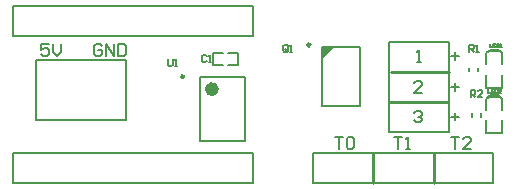
<source format=gto>
G04 Layer_Color=65535*
%FSLAX43Y43*%
%MOMM*%
G71*
G01*
G75*
%ADD16C,0.250*%
%ADD21C,0.600*%
%ADD22C,0.254*%
%ADD23C,0.127*%
%ADD24C,0.200*%
%ADD25C,0.150*%
G36*
X26150Y11250D02*
Y12250D01*
X27150D01*
X26150Y11250D01*
D02*
G37*
D16*
X25175Y12450D02*
G03*
X25175Y12450I-125J0D01*
G01*
X14475Y9755D02*
G03*
X14475Y9755I-125J0D01*
G01*
D21*
X17150Y8700D02*
G03*
X17150Y8700I-300J0D01*
G01*
D22*
X32000Y10125D02*
X36915D01*
X31875Y7625D02*
X36790D01*
X35625Y750D02*
Y3250D01*
X30500Y750D02*
Y3250D01*
D23*
X39406Y10223D02*
Y10527D01*
X38594Y10223D02*
Y10527D01*
X39656Y6348D02*
Y6652D01*
X38844Y6348D02*
Y6652D01*
X40400Y12050D02*
X41100D01*
X40075Y8825D02*
Y9925D01*
X41425Y8825D02*
Y9925D01*
X40075Y8825D02*
X41425D01*
X40075Y10825D02*
Y11725D01*
X41425Y10825D02*
Y11725D01*
X41225Y11925D02*
X41425Y11725D01*
X41100Y12050D02*
X41250Y11900D01*
X40225Y11875D02*
X40400Y12050D01*
X40275Y11925D02*
X41225D01*
X40075Y11725D02*
X40275Y11925D01*
X40400Y8175D02*
X41100D01*
X40075Y4950D02*
Y6050D01*
X41425Y4950D02*
Y6050D01*
X40075Y4950D02*
X41425D01*
X40075Y6950D02*
Y7850D01*
X41425Y6950D02*
Y7850D01*
X41225Y8050D02*
X41425Y7850D01*
X41100Y8175D02*
X41250Y8025D01*
X40225Y8000D02*
X40400Y8175D01*
X40275Y8050D02*
X41225D01*
X40075Y7850D02*
X40275Y8050D01*
X26150Y7250D02*
X29350D01*
X26150Y12250D02*
X29350D01*
Y7250D02*
Y12250D01*
X26150Y7250D02*
Y12250D01*
X19050Y10750D02*
Y11750D01*
X18250Y10750D02*
X19050D01*
X16950D02*
X17750D01*
X16950D02*
Y11750D01*
X17750D01*
X18250D02*
X19050D01*
D24*
X50Y730D02*
Y3270D01*
X20370D01*
Y730D02*
Y3270D01*
X50Y730D02*
X20370D01*
X31815Y12725D02*
X36895D01*
X31815Y5105D02*
X36895D01*
X31815D02*
Y12725D01*
X36895Y5105D02*
Y12725D01*
Y7857D02*
Y12725D01*
X15850Y4300D02*
Y9700D01*
X19650Y4300D02*
Y9700D01*
X15850D02*
X19650D01*
X15850Y4300D02*
X19650D01*
X40690Y730D02*
Y3270D01*
X25450Y730D02*
Y3270D01*
X40690D01*
X25450Y730D02*
X40690D01*
X9600Y6105D02*
Y11185D01*
X1980Y6105D02*
Y11185D01*
X9600D01*
X1980Y6105D02*
X9600D01*
X4732D02*
X9600D01*
X50Y13230D02*
Y15770D01*
X20370D01*
Y13230D02*
Y15770D01*
X50Y13230D02*
X20370D01*
D25*
X38750Y8000D02*
Y8600D01*
X39050D01*
X39150Y8500D01*
Y8300D01*
X39050Y8200D01*
X38750D01*
X38950D02*
X39150Y8000D01*
X39750D02*
X39350D01*
X39750Y8400D01*
Y8500D01*
X39650Y8600D01*
X39450D01*
X39350Y8500D01*
X38625Y11875D02*
Y12475D01*
X38925D01*
X39025Y12375D01*
Y12175D01*
X38925Y12075D01*
X38625D01*
X38825D02*
X39025Y11875D01*
X39225D02*
X39425D01*
X39325D01*
Y12475D01*
X39225Y12375D01*
X40250Y8675D02*
Y8375D01*
X40450D01*
X40750Y8675D02*
X40550D01*
Y8375D01*
X40750D01*
X40550Y8525D02*
X40650D01*
X40850Y8675D02*
Y8375D01*
X41000D01*
X41050Y8425D01*
Y8625D01*
X41000Y8675D01*
X40850D01*
X41350Y8375D02*
X41150D01*
X41350Y8575D01*
Y8625D01*
X41300Y8675D01*
X41200D01*
X41150Y8625D01*
X40375Y12550D02*
Y12250D01*
X40575D01*
X40875Y12550D02*
X40675D01*
Y12250D01*
X40875D01*
X40675Y12400D02*
X40775D01*
X40975Y12550D02*
Y12250D01*
X41125D01*
X41175Y12300D01*
Y12500D01*
X41125Y12550D01*
X40975D01*
X41275Y12250D02*
X41375D01*
X41325D01*
Y12550D01*
X41275Y12500D01*
X13125Y11275D02*
Y10776D01*
X13225Y10676D01*
X13425D01*
X13525Y10776D01*
Y11275D01*
X13725Y10676D02*
X13925D01*
X13825D01*
Y11275D01*
X13725Y11175D01*
X23275Y11975D02*
Y12375D01*
X23175Y12475D01*
X22975D01*
X22875Y12375D01*
Y11975D01*
X22975Y11875D01*
X23175D01*
X23075Y12075D02*
X23275Y11875D01*
X23175D02*
X23275Y11975D01*
X23475Y11875D02*
X23675D01*
X23575D01*
Y12475D01*
X23475Y12375D01*
X16400Y11500D02*
X16300Y11600D01*
X16100D01*
X16000Y11500D01*
Y11100D01*
X16100Y11000D01*
X16300D01*
X16400Y11100D01*
X16600Y11000D02*
X16800D01*
X16700D01*
Y11600D01*
X16600Y11500D01*
X34250Y11000D02*
X34583D01*
X34417D01*
Y12000D01*
X34250Y11833D01*
X34666Y8375D02*
X34000D01*
X34666Y9041D01*
Y9208D01*
X34500Y9375D01*
X34167D01*
X34000Y9208D01*
Y6708D02*
X34167Y6875D01*
X34500D01*
X34666Y6708D01*
Y6541D01*
X34500Y6375D01*
X34333D01*
X34500D01*
X34666Y6208D01*
Y6042D01*
X34500Y5875D01*
X34167D01*
X34000Y6042D01*
X7541Y12333D02*
X7375Y12500D01*
X7042D01*
X6875Y12333D01*
Y11667D01*
X7042Y11500D01*
X7375D01*
X7541Y11667D01*
Y12000D01*
X7208D01*
X7875Y11500D02*
Y12500D01*
X8541Y11500D01*
Y12500D01*
X8874D02*
Y11500D01*
X9374D01*
X9541Y11667D01*
Y12333D01*
X9374Y12500D01*
X8874D01*
X3041Y12500D02*
X2375D01*
Y12000D01*
X2708Y12166D01*
X2875D01*
X3041Y12000D01*
Y11667D01*
X2875Y11500D01*
X2542D01*
X2375Y11667D01*
X3375Y12500D02*
Y11833D01*
X3708Y11500D01*
X4041Y11833D01*
Y12500D01*
X37125Y11500D02*
X37791D01*
X37458Y11833D02*
Y11167D01*
X37125Y8875D02*
X37791D01*
X37458Y9208D02*
Y8542D01*
X37125Y6375D02*
X37791D01*
X37458Y6708D02*
Y6042D01*
X37125Y4625D02*
X37791D01*
X37458D01*
Y3625D01*
X38791D02*
X38125D01*
X38791Y4291D01*
Y4458D01*
X38625Y4625D01*
X38291D01*
X38125Y4458D01*
X32250Y4625D02*
X32916D01*
X32583D01*
Y3625D01*
X33250D02*
X33583D01*
X33416D01*
Y4625D01*
X33250Y4458D01*
X27250Y4625D02*
X27916D01*
X27583D01*
Y3625D01*
X28250Y4458D02*
X28416Y4625D01*
X28750D01*
X28916Y4458D01*
Y3792D01*
X28750Y3625D01*
X28416D01*
X28250Y3792D01*
Y4458D01*
M02*

</source>
